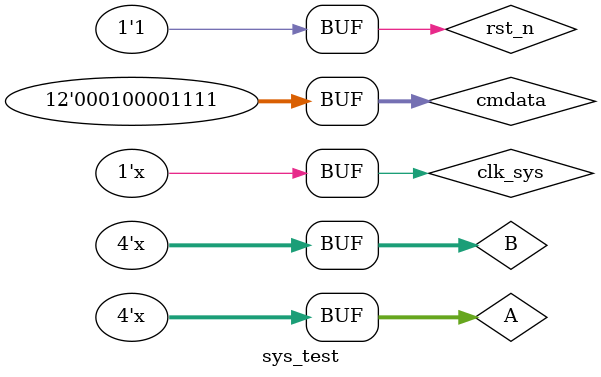
<source format=v>
`timescale 1ns / 1ps


module sys_test;
    reg [3:0] A, B;
    reg [11:0] cmdata;
    reg rst_n;
    reg clk_sys;
    
    wire [7:0] dataout;
    wire pwm1,pwm2,pwm3,pwm4;
    
    systemprocessortop UUT(A, B, cmdata, clk_sys, rst_n, dataout, pwm1,pwm2,pwm3,pwm4);
    
    initial begin
        rst_n = 0;              //reset everything;
        A = 0;
        B = 0;
        clk_sys = 0;
        cmdata = 0;
        #1000;
        #10
        A = 4'b1111;            //set A high to have A and B oscillate different numbers
        
        rst_n = 1;
        #1000
        
        cmdata = 12'b1001_1111_1111;    //start pwm1
        #1000

        cmdata = 12'b1010_1111_0000;    //start pwm2
        #1000
        
        cmdata = 12'b1011_0000_1111;    //start pwm3
        #1000    

        cmdata = 12'b1100_0000_0011;    //start pwm4
        #1000    
        
        cmdata = 12'b1111_1111_1111;    //display test 8'b 1010_1010 (0xaa) in data out
        #1000
        
        cmdata = 12'b0;                 //to go to dont care mode and display 0
        #1000
        
        cmdata = 12'b0001_0000_1111;    //to display pulse measurement of encoder 1
    end
    
    always #2000 A<= ~A;                    //have A and B channels of encoders oscillate in pattern to get pulse measurements
    always #2000 B<= ~B;
    always #16 clk_sys<=~clk_sys;           //setup system clock at ~32MHz
endmodule

</source>
